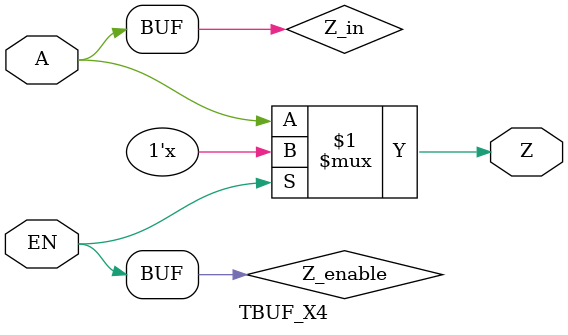
<source format=v>
module TBUF_X4 (A, EN, Z);
  input A;
  input EN;
  output Z;

  bufif0(Z, Z_in, Z_enable);
  buf(Z_enable, EN);
  buf(Z_in, A);

  specify
    (A => Z) = (0.1, 0.1);
    (EN => Z) = (0.1, 0.1);
  endspecify

endmodule

</source>
